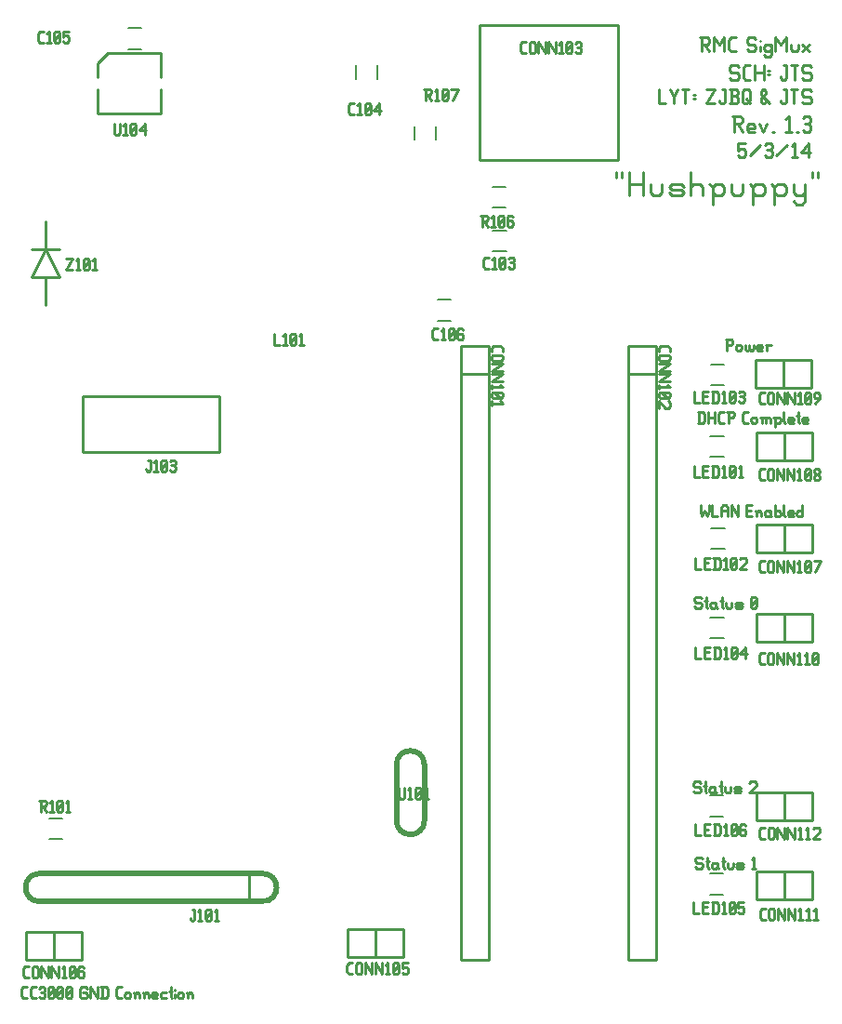
<source format=gbr>
G04 start of page 7 for group -4079 idx -4079 *
G04 Title: (unknown), topsilk *
G04 Creator: pcb 20110918 *
G04 CreationDate: Sun 04 May 2014 08:11:11 PM GMT UTC *
G04 For: zach *
G04 Format: Gerber/RS-274X *
G04 PCB-Dimensions: 295500 350000 *
G04 PCB-Coordinate-Origin: lower left *
%MOIN*%
%FSLAX25Y25*%
%LNTOPSILK*%
%ADD75C,0.0200*%
%ADD74C,0.0080*%
%ADD73C,0.0100*%
G54D73*X7200Y1300D02*X8500D01*
X6500Y2000D02*X7200Y1300D01*
X6500Y4600D02*Y2000D01*
Y4600D02*X7200Y5300D01*
X8500D01*
X10400Y1300D02*X11700D01*
X9700Y2000D02*X10400Y1300D01*
X9700Y4600D02*Y2000D01*
Y4600D02*X10400Y5300D01*
X11700D01*
X12900Y4800D02*X13400Y5300D01*
X14400D01*
X14900Y4800D01*
X14400Y1300D02*X14900Y1800D01*
X13400Y1300D02*X14400D01*
X12900Y1800D02*X13400Y1300D01*
Y3500D02*X14400D01*
X14900Y4800D02*Y4000D01*
Y3000D02*Y1800D01*
Y3000D02*X14400Y3500D01*
X14900Y4000D02*X14400Y3500D01*
X16100Y1800D02*X16600Y1300D01*
X16100Y4800D02*Y1800D01*
Y4800D02*X16600Y5300D01*
X17600D01*
X18100Y4800D01*
Y1800D01*
X17600Y1300D02*X18100Y1800D01*
X16600Y1300D02*X17600D01*
X16100Y2300D02*X18100Y4300D01*
X19300Y1800D02*X19800Y1300D01*
X19300Y4800D02*Y1800D01*
Y4800D02*X19800Y5300D01*
X20800D01*
X21300Y4800D01*
Y1800D01*
X20800Y1300D02*X21300Y1800D01*
X19800Y1300D02*X20800D01*
X19300Y2300D02*X21300Y4300D01*
X22500Y1800D02*X23000Y1300D01*
X22500Y4800D02*Y1800D01*
Y4800D02*X23000Y5300D01*
X24000D01*
X24500Y4800D01*
Y1800D01*
X24000Y1300D02*X24500Y1800D01*
X23000Y1300D02*X24000D01*
X22500Y2300D02*X24500Y4300D01*
X29500Y5300D02*X30000Y4800D01*
X28000Y5300D02*X29500D01*
X27500Y4800D02*X28000Y5300D01*
X27500Y4800D02*Y1800D01*
X28000Y1300D01*
X29500D01*
X30000Y1800D01*
Y2800D02*Y1800D01*
X29500Y3300D02*X30000Y2800D01*
X28500Y3300D02*X29500D01*
X31200Y5300D02*Y1300D01*
Y5300D02*X33700Y1300D01*
Y5300D02*Y1300D01*
X35400Y5300D02*Y1300D01*
X36700Y5300D02*X37400Y4600D01*
Y2000D01*
X36700Y1300D02*X37400Y2000D01*
X34900Y1300D02*X36700D01*
X34900Y5300D02*X36700D01*
X41100Y1300D02*X42400D01*
X40400Y2000D02*X41100Y1300D01*
X40400Y4600D02*Y2000D01*
Y4600D02*X41100Y5300D01*
X42400D01*
X43600Y2800D02*Y1800D01*
Y2800D02*X44100Y3300D01*
X45100D01*
X45600Y2800D01*
Y1800D01*
X45100Y1300D02*X45600Y1800D01*
X44100Y1300D02*X45100D01*
X43600Y1800D02*X44100Y1300D01*
X47300Y2800D02*Y1300D01*
Y2800D02*X47800Y3300D01*
X48300D01*
X48800Y2800D01*
Y1300D01*
X46800Y3300D02*X47300Y2800D01*
X50500D02*Y1300D01*
Y2800D02*X51000Y3300D01*
X51500D01*
X52000Y2800D01*
Y1300D01*
X50000Y3300D02*X50500Y2800D01*
X53700Y1300D02*X55200D01*
X53200Y1800D02*X53700Y1300D01*
X53200Y2800D02*Y1800D01*
Y2800D02*X53700Y3300D01*
X54700D01*
X55200Y2800D01*
X53200Y2300D02*X55200D01*
Y2800D02*Y2300D01*
X56900Y3300D02*X58400D01*
X56400Y2800D02*X56900Y3300D01*
X56400Y2800D02*Y1800D01*
X56900Y1300D01*
X58400D01*
X60100Y5300D02*Y1800D01*
X60600Y1300D01*
X59600Y3800D02*X60600D01*
X61600Y4300D02*Y4200D01*
Y2800D02*Y1300D01*
X62600Y2800D02*Y1800D01*
Y2800D02*X63100Y3300D01*
X64100D01*
X64600Y2800D01*
Y1800D01*
X64100Y1300D02*X64600Y1800D01*
X63100Y1300D02*X64100D01*
X62600Y1800D02*X63100Y1300D01*
X66300Y2800D02*Y1300D01*
Y2800D02*X66800Y3300D01*
X67300D01*
X67800Y2800D01*
Y1300D01*
X65800Y3300D02*X66300Y2800D01*
X250000Y178000D02*Y176000D01*
X250500Y174000D01*
X251500Y176000D01*
X252500Y174000D01*
X253000Y176000D01*
Y178000D02*Y176000D01*
X254200Y178000D02*Y174000D01*
X256200D01*
X257400Y177000D02*Y174000D01*
Y177000D02*X258100Y178000D01*
X259200D01*
X259900Y177000D01*
Y174000D01*
X257400Y176000D02*X259900D01*
X261100Y178000D02*Y174000D01*
Y178000D02*X263600Y174000D01*
Y178000D02*Y174000D01*
X266600Y176200D02*X268100D01*
X266600Y174000D02*X268600D01*
X266600Y178000D02*Y174000D01*
Y178000D02*X268600D01*
X270300Y175500D02*Y174000D01*
Y175500D02*X270800Y176000D01*
X271300D01*
X271800Y175500D01*
Y174000D01*
X269800Y176000D02*X270300Y175500D01*
X274500Y176000D02*X275000Y175500D01*
X273500Y176000D02*X274500D01*
X273000Y175500D02*X273500Y176000D01*
X273000Y175500D02*Y174500D01*
X273500Y174000D01*
X275000Y176000D02*Y174500D01*
X275500Y174000D01*
X273500D02*X274500D01*
X275000Y174500D01*
X276700Y178000D02*Y174000D01*
Y174500D02*X277200Y174000D01*
X278200D01*
X278700Y174500D01*
Y175500D02*Y174500D01*
X278200Y176000D02*X278700Y175500D01*
X277200Y176000D02*X278200D01*
X276700Y175500D02*X277200Y176000D01*
X279900Y178000D02*Y174500D01*
X280400Y174000D01*
X281900D02*X283400D01*
X281400Y174500D02*X281900Y174000D01*
X281400Y175500D02*Y174500D01*
Y175500D02*X281900Y176000D01*
X282900D01*
X283400Y175500D01*
X281400Y175000D02*X283400D01*
Y175500D02*Y175000D01*
X286600Y178000D02*Y174000D01*
X286100D02*X286600Y174500D01*
X285100Y174000D02*X286100D01*
X284600Y174500D02*X285100Y174000D01*
X284600Y175500D02*Y174500D01*
Y175500D02*X285100Y176000D01*
X286100D01*
X286600Y175500D01*
X249500Y211400D02*Y207400D01*
X250800Y211400D02*X251500Y210700D01*
Y208100D01*
X250800Y207400D02*X251500Y208100D01*
X249000Y207400D02*X250800D01*
X249000Y211400D02*X250800D01*
X252700D02*Y207400D01*
X255200Y211400D02*Y207400D01*
X252700Y209400D02*X255200D01*
X257100Y207400D02*X258400D01*
X256400Y208100D02*X257100Y207400D01*
X256400Y210700D02*Y208100D01*
Y210700D02*X257100Y211400D01*
X258400D01*
X260100D02*Y207400D01*
X259600Y211400D02*X261600D01*
X262100Y210900D01*
Y209900D01*
X261600Y209400D02*X262100Y209900D01*
X260100Y209400D02*X261600D01*
X265800Y207400D02*X267100D01*
X265100Y208100D02*X265800Y207400D01*
X265100Y210700D02*Y208100D01*
Y210700D02*X265800Y211400D01*
X267100D01*
X268300Y208900D02*Y207900D01*
Y208900D02*X268800Y209400D01*
X269800D01*
X270300Y208900D01*
Y207900D01*
X269800Y207400D02*X270300Y207900D01*
X268800Y207400D02*X269800D01*
X268300Y207900D02*X268800Y207400D01*
X272000Y208900D02*Y207400D01*
Y208900D02*X272500Y209400D01*
X273000D01*
X273500Y208900D01*
Y207400D01*
Y208900D02*X274000Y209400D01*
X274500D01*
X275000Y208900D01*
Y207400D01*
X271500Y209400D02*X272000Y208900D01*
X276700D02*Y205900D01*
X276200Y209400D02*X276700Y208900D01*
X277200Y209400D01*
X278200D01*
X278700Y208900D01*
Y207900D01*
X278200Y207400D02*X278700Y207900D01*
X277200Y207400D02*X278200D01*
X276700Y207900D02*X277200Y207400D01*
X279900Y211400D02*Y207900D01*
X280400Y207400D01*
X281900D02*X283400D01*
X281400Y207900D02*X281900Y207400D01*
X281400Y208900D02*Y207900D01*
Y208900D02*X281900Y209400D01*
X282900D01*
X283400Y208900D01*
X281400Y208400D02*X283400D01*
Y208900D02*Y208400D01*
X285100Y211400D02*Y207900D01*
X285600Y207400D01*
X284600Y209900D02*X285600D01*
X287100Y207400D02*X288600D01*
X286600Y207900D02*X287100Y207400D01*
X286600Y208900D02*Y207900D01*
Y208900D02*X287100Y209400D01*
X288100D01*
X288600Y208900D01*
X286600Y208400D02*X288600D01*
Y208900D02*Y208400D01*
X259600Y237500D02*Y233500D01*
X259100Y237500D02*X261100D01*
X261600Y237000D01*
Y236000D01*
X261100Y235500D02*X261600Y236000D01*
X259600Y235500D02*X261100D01*
X262800Y235000D02*Y234000D01*
Y235000D02*X263300Y235500D01*
X264300D01*
X264800Y235000D01*
Y234000D01*
X264300Y233500D02*X264800Y234000D01*
X263300Y233500D02*X264300D01*
X262800Y234000D02*X263300Y233500D01*
X266000Y235500D02*Y234000D01*
X266500Y233500D01*
X267000D01*
X267500Y234000D01*
Y235500D02*Y234000D01*
X268000Y233500D01*
X268500D01*
X269000Y234000D01*
Y235500D02*Y234000D01*
X270700Y233500D02*X272200D01*
X270200Y234000D02*X270700Y233500D01*
X270200Y235000D02*Y234000D01*
Y235000D02*X270700Y235500D01*
X271700D01*
X272200Y235000D01*
X270200Y234500D02*X272200D01*
Y235000D02*Y234500D01*
X273900Y235000D02*Y233500D01*
Y235000D02*X274400Y235500D01*
X275400D01*
X273400D02*X273900Y235000D01*
X250300Y51800D02*X250800Y51300D01*
X248800Y51800D02*X250300D01*
X248300Y51300D02*X248800Y51800D01*
X248300Y51300D02*Y50300D01*
X248800Y49800D01*
X250300D01*
X250800Y49300D01*
Y48300D01*
X250300Y47800D02*X250800Y48300D01*
X248800Y47800D02*X250300D01*
X248300Y48300D02*X248800Y47800D01*
X252500Y51800D02*Y48300D01*
X253000Y47800D01*
X252000Y50300D02*X253000D01*
X255500Y49800D02*X256000Y49300D01*
X254500Y49800D02*X255500D01*
X254000Y49300D02*X254500Y49800D01*
X254000Y49300D02*Y48300D01*
X254500Y47800D01*
X256000Y49800D02*Y48300D01*
X256500Y47800D01*
X254500D02*X255500D01*
X256000Y48300D01*
X258200Y51800D02*Y48300D01*
X258700Y47800D01*
X257700Y50300D02*X258700D01*
X259700Y49800D02*Y48300D01*
X260200Y47800D01*
X261200D01*
X261700Y48300D01*
Y49800D02*Y48300D01*
X263400Y47800D02*X264900D01*
X265400Y48300D01*
X264900Y48800D02*X265400Y48300D01*
X263400Y48800D02*X264900D01*
X262900Y49300D02*X263400Y48800D01*
X262900Y49300D02*X263400Y49800D01*
X264900D01*
X265400Y49300D01*
X262900Y48300D02*X263400Y47800D01*
X268400Y51000D02*X269200Y51800D01*
Y47800D01*
X268400D02*X269900D01*
X249500Y79000D02*X250000Y78500D01*
X248000Y79000D02*X249500D01*
X247500Y78500D02*X248000Y79000D01*
X247500Y78500D02*Y77500D01*
X248000Y77000D01*
X249500D01*
X250000Y76500D01*
Y75500D01*
X249500Y75000D02*X250000Y75500D01*
X248000Y75000D02*X249500D01*
X247500Y75500D02*X248000Y75000D01*
X251700Y79000D02*Y75500D01*
X252200Y75000D01*
X251200Y77500D02*X252200D01*
X254700Y77000D02*X255200Y76500D01*
X253700Y77000D02*X254700D01*
X253200Y76500D02*X253700Y77000D01*
X253200Y76500D02*Y75500D01*
X253700Y75000D01*
X255200Y77000D02*Y75500D01*
X255700Y75000D01*
X253700D02*X254700D01*
X255200Y75500D01*
X257400Y79000D02*Y75500D01*
X257900Y75000D01*
X256900Y77500D02*X257900D01*
X258900Y77000D02*Y75500D01*
X259400Y75000D01*
X260400D01*
X260900Y75500D01*
Y77000D02*Y75500D01*
X262600Y75000D02*X264100D01*
X264600Y75500D01*
X264100Y76000D02*X264600Y75500D01*
X262600Y76000D02*X264100D01*
X262100Y76500D02*X262600Y76000D01*
X262100Y76500D02*X262600Y77000D01*
X264100D01*
X264600Y76500D01*
X262100Y75500D02*X262600Y75000D01*
X267600Y78500D02*X268100Y79000D01*
X269600D01*
X270100Y78500D01*
Y77500D01*
X267600Y75000D02*X270100Y77500D01*
X267600Y75000D02*X270100D01*
X249900Y145200D02*X250400Y144700D01*
X248400Y145200D02*X249900D01*
X247900Y144700D02*X248400Y145200D01*
X247900Y144700D02*Y143700D01*
X248400Y143200D01*
X249900D01*
X250400Y142700D01*
Y141700D01*
X249900Y141200D02*X250400Y141700D01*
X248400Y141200D02*X249900D01*
X247900Y141700D02*X248400Y141200D01*
X252100Y145200D02*Y141700D01*
X252600Y141200D01*
X251600Y143700D02*X252600D01*
X255100Y143200D02*X255600Y142700D01*
X254100Y143200D02*X255100D01*
X253600Y142700D02*X254100Y143200D01*
X253600Y142700D02*Y141700D01*
X254100Y141200D01*
X255600Y143200D02*Y141700D01*
X256100Y141200D01*
X254100D02*X255100D01*
X255600Y141700D01*
X257800Y145200D02*Y141700D01*
X258300Y141200D01*
X257300Y143700D02*X258300D01*
X259300Y143200D02*Y141700D01*
X259800Y141200D01*
X260800D01*
X261300Y141700D01*
Y143200D02*Y141700D01*
X263000Y141200D02*X264500D01*
X265000Y141700D01*
X264500Y142200D02*X265000Y141700D01*
X263000Y142200D02*X264500D01*
X262500Y142700D02*X263000Y142200D01*
X262500Y142700D02*X263000Y143200D01*
X264500D01*
X265000Y142700D01*
X262500Y141700D02*X263000Y141200D01*
X268000Y141700D02*X268500Y141200D01*
X268000Y144700D02*Y141700D01*
Y144700D02*X268500Y145200D01*
X269500D01*
X270000Y144700D01*
Y141700D01*
X269500Y141200D02*X270000Y141700D01*
X268500Y141200D02*X269500D01*
X268000Y142200D02*X270000Y144200D01*
X249900Y345800D02*X252500D01*
X253150Y345150D01*
Y343850D01*
X252500Y343200D02*X253150Y343850D01*
X250550Y343200D02*X252500D01*
X250550Y345800D02*Y340600D01*
X251590Y343200D02*X253150Y340600D01*
X254710Y345800D02*Y340600D01*
Y345800D02*X256660Y343200D01*
X258610Y345800D01*
Y340600D01*
X261080D02*X262770D01*
X260170Y341510D02*X261080Y340600D01*
X260170Y344890D02*Y341510D01*
Y344890D02*X261080Y345800D01*
X262770D01*
X269270D02*X269920Y345150D01*
X267320Y345800D02*X269270D01*
X266670Y345150D02*X267320Y345800D01*
X266670Y345150D02*Y343850D01*
X267320Y343200D01*
X269270D01*
X269920Y342550D01*
Y341250D01*
X269270Y340600D02*X269920Y341250D01*
X267320Y340600D02*X269270D01*
X266670Y341250D02*X267320Y340600D01*
X271480Y344500D02*Y344370D01*
Y342550D02*Y340600D01*
X274730Y343200D02*X275380Y342550D01*
X273430Y343200D02*X274730D01*
X272780Y342550D02*X273430Y343200D01*
X272780Y342550D02*Y341250D01*
X273430Y340600D01*
X274730D01*
X275380Y341250D01*
X272780Y339300D02*X273430Y338650D01*
X274730D01*
X275380Y339300D01*
Y343200D02*Y339300D01*
X276940Y345800D02*Y340600D01*
Y345800D02*X278890Y343200D01*
X280840Y345800D01*
Y340600D01*
X282400Y343200D02*Y341250D01*
X283050Y340600D01*
X284350D01*
X285000Y341250D01*
Y343200D02*Y341250D01*
X286560Y343200D02*X289160Y340600D01*
X286560D02*X289160Y343200D01*
X235000Y327100D02*Y321900D01*
X237600D01*
X239160Y327100D02*X240460Y324500D01*
X241760Y327100D01*
X240460Y324500D02*Y321900D01*
X243320Y327100D02*X245920D01*
X244620D02*Y321900D01*
X247480Y325150D02*X248130D01*
X247480Y323850D02*X248130D01*
X252030Y327100D02*X255280D01*
X252030Y321900D02*X255280Y327100D01*
X252030Y321900D02*X255280D01*
X257750Y327100D02*X258790D01*
Y322550D01*
X258140Y321900D02*X258790Y322550D01*
X257490Y321900D02*X258140D01*
X256840Y322550D02*X257490Y321900D01*
X256840Y323200D02*Y322550D01*
X260350Y321900D02*X262950D01*
X263600Y322550D01*
Y324110D02*Y322550D01*
X262950Y324760D02*X263600Y324110D01*
X261000Y324760D02*X262950D01*
X261000Y327100D02*Y321900D01*
X260350Y327100D02*X262950D01*
X263600Y326450D01*
Y325410D01*
X262950Y324760D02*X263600Y325410D01*
X265160Y326450D02*Y322550D01*
Y326450D02*X265810Y327100D01*
X267110D01*
X267760Y326450D01*
Y323200D01*
X266460Y321900D02*X267760Y323200D01*
X265810Y321900D02*X266460D01*
X265160Y322550D02*X265810Y321900D01*
X266460Y323850D02*X267760Y321900D01*
X271660Y322550D02*X272310Y321900D01*
X271660Y326450D02*Y325150D01*
Y326450D02*X272310Y327100D01*
X271660Y323850D02*X273610Y325800D01*
X272310Y321900D02*X272960D01*
X274260Y323200D01*
X271660Y325150D02*X274910Y321900D01*
X272310Y327100D02*X272960D01*
X273610Y326450D01*
Y325800D01*
X271660Y323850D02*Y322550D01*
X279720Y327100D02*X280760D01*
Y322550D01*
X280110Y321900D02*X280760Y322550D01*
X279460Y321900D02*X280110D01*
X278810Y322550D02*X279460Y321900D01*
X278810Y323200D02*Y322550D01*
X282320Y327100D02*X284920D01*
X283620D02*Y321900D01*
X289080Y327100D02*X289730Y326450D01*
X287130Y327100D02*X289080D01*
X286480Y326450D02*X287130Y327100D01*
X286480Y326450D02*Y325150D01*
X287130Y324500D01*
X289080D01*
X289730Y323850D01*
Y322550D01*
X289080Y321900D02*X289730Y322550D01*
X287130Y321900D02*X289080D01*
X286480Y322550D02*X287130Y321900D01*
X263100Y335600D02*X263750Y334950D01*
X261150Y335600D02*X263100D01*
X260500Y334950D02*X261150Y335600D01*
X260500Y334950D02*Y333650D01*
X261150Y333000D01*
X263100D01*
X263750Y332350D01*
Y331050D01*
X263100Y330400D02*X263750Y331050D01*
X261150Y330400D02*X263100D01*
X260500Y331050D02*X261150Y330400D01*
X266220D02*X267910D01*
X265310Y331310D02*X266220Y330400D01*
X265310Y334690D02*Y331310D01*
Y334690D02*X266220Y335600D01*
X267910D01*
X269470D02*Y330400D01*
X272720Y335600D02*Y330400D01*
X269470Y333000D02*X272720D01*
X274280Y333650D02*X274930D01*
X274280Y332350D02*X274930D01*
X279740Y335600D02*X280780D01*
Y331050D01*
X280130Y330400D02*X280780Y331050D01*
X279480Y330400D02*X280130D01*
X278830Y331050D02*X279480Y330400D01*
X278830Y331700D02*Y331050D01*
X282340Y335600D02*X284940D01*
X283640D02*Y330400D01*
X289100Y335600D02*X289750Y334950D01*
X287150Y335600D02*X289100D01*
X286500Y334950D02*X287150Y335600D01*
X286500Y334950D02*Y333650D01*
X287150Y333000D01*
X289100D01*
X289750Y332350D01*
Y331050D01*
X289100Y330400D02*X289750Y331050D01*
X287150Y330400D02*X289100D01*
X286500Y331050D02*X287150Y330400D01*
X261500Y317400D02*X264300D01*
X265000Y316700D01*
Y315300D01*
X264300Y314600D02*X265000Y315300D01*
X262200Y314600D02*X264300D01*
X262200Y317400D02*Y311800D01*
X263320Y314600D02*X265000Y311800D01*
X267380D02*X269480D01*
X266680Y312500D02*X267380Y311800D01*
X266680Y313900D02*Y312500D01*
Y313900D02*X267380Y314600D01*
X268780D01*
X269480Y313900D01*
X266680Y313200D02*X269480D01*
Y313900D02*Y313200D01*
X271160Y314600D02*X272560Y311800D01*
X273960Y314600D02*X272560Y311800D01*
X275640D02*X276340D01*
X280540Y316280D02*X281660Y317400D01*
Y311800D01*
X280540D02*X282640D01*
X284320D02*X285020D01*
X286700Y316700D02*X287400Y317400D01*
X288800D01*
X289500Y316700D01*
X288800Y311800D02*X289500Y312500D01*
X287400Y311800D02*X288800D01*
X286700Y312500D02*X287400Y311800D01*
Y314880D02*X288800D01*
X289500Y316700D02*Y315580D01*
Y314180D02*Y312500D01*
Y314180D02*X288800Y314880D01*
X289500Y315580D02*X288800Y314880D01*
X263500Y307800D02*X266100D01*
X263500D02*Y305200D01*
X264150Y305850D01*
X265450D01*
X266100Y305200D01*
Y303250D01*
X265450Y302600D02*X266100Y303250D01*
X264150Y302600D02*X265450D01*
X263500Y303250D02*X264150Y302600D01*
X267660Y303250D02*X271560Y307150D01*
X273120D02*X273770Y307800D01*
X275070D01*
X275720Y307150D01*
X275070Y302600D02*X275720Y303250D01*
X273770Y302600D02*X275070D01*
X273120Y303250D02*X273770Y302600D01*
Y305460D02*X275070D01*
X275720Y307150D02*Y306110D01*
Y304810D02*Y303250D01*
Y304810D02*X275070Y305460D01*
X275720Y306110D02*X275070Y305460D01*
X277280Y303250D02*X281180Y307150D01*
X282740Y306760D02*X283780Y307800D01*
Y302600D01*
X282740D02*X284690D01*
X286250Y304550D02*X288850Y307800D01*
X286250Y304550D02*X289500D01*
X288850Y307800D02*Y302600D01*
X219700Y297400D02*Y295300D01*
X221800Y297400D02*Y295300D01*
X224320Y297400D02*Y289000D01*
X229570Y297400D02*Y289000D01*
X224320Y293200D02*X229570D01*
X232090D02*Y290050D01*
X233140Y289000D01*
X235240D01*
X236290Y290050D01*
Y293200D02*Y290050D01*
X239860Y289000D02*X243010D01*
X244060Y290050D01*
X243010Y291100D02*X244060Y290050D01*
X239860Y291100D02*X243010D01*
X238810Y292150D02*X239860Y291100D01*
X238810Y292150D02*X239860Y293200D01*
X243010D01*
X244060Y292150D01*
X238810Y290050D02*X239860Y289000D01*
X246580Y297400D02*Y289000D01*
Y292150D02*X247630Y293200D01*
X249730D01*
X250780Y292150D01*
Y289000D01*
X254350Y292150D02*Y285850D01*
X253300Y293200D02*X254350Y292150D01*
X255400Y293200D01*
X257500D01*
X258550Y292150D01*
Y290050D01*
X257500Y289000D02*X258550Y290050D01*
X255400Y289000D02*X257500D01*
X254350Y290050D02*X255400Y289000D01*
X261070Y293200D02*Y290050D01*
X262120Y289000D01*
X264220D01*
X265270Y290050D01*
Y293200D02*Y290050D01*
X268840Y292150D02*Y285850D01*
X267790Y293200D02*X268840Y292150D01*
X269890Y293200D01*
X271990D01*
X273040Y292150D01*
Y290050D01*
X271990Y289000D02*X273040Y290050D01*
X269890Y289000D02*X271990D01*
X268840Y290050D02*X269890Y289000D01*
X276610Y292150D02*Y285850D01*
X275560Y293200D02*X276610Y292150D01*
X277660Y293200D01*
X279760D01*
X280810Y292150D01*
Y290050D01*
X279760Y289000D02*X280810Y290050D01*
X277660Y289000D02*X279760D01*
X276610Y290050D02*X277660Y289000D01*
X283330Y293200D02*Y290050D01*
X284380Y289000D01*
X287530Y293200D02*Y286900D01*
X286480Y285850D02*X287530Y286900D01*
X284380Y285850D02*X286480D01*
X283330Y286900D02*X284380Y285850D01*
Y289000D02*X286480D01*
X287530Y290050D01*
X290050Y297400D02*Y295300D01*
X292150Y297400D02*Y295300D01*
G54D74*X175633Y269050D02*X180357D01*
X175633Y276530D02*X180357D01*
G54D73*X170655Y349892D02*X220555D01*
X170655D02*Y301692D01*
X220555Y349892D02*Y301692D01*
X170655D02*X220455D01*
G54D74*X155843Y251640D02*X160567D01*
X155843Y244160D02*X160567D01*
X175433Y284560D02*X180157D01*
X175433Y292040D02*X180157D01*
X134040Y335562D02*Y330838D01*
X126560Y335562D02*Y330838D01*
G54D73*X33929Y331406D02*Y336456D01*
X37529Y340056D01*
X56629D01*
Y331406D01*
X33929Y327006D02*Y318356D01*
X56629D01*
Y327006D01*
G54D74*X44733Y341460D02*X49457D01*
X44733Y348940D02*X49457D01*
X147525Y313779D02*Y309055D01*
X155005Y313779D02*Y309055D01*
G54D73*X15184Y279784D02*Y269784D01*
Y259784D02*Y249784D01*
Y269784D02*X20184Y259784D01*
X10184D02*X20184D01*
X10184D02*X15184Y269784D01*
X10184D02*X20184D01*
G54D75*X13000Y46000D02*X93000D01*
X13000Y36000D02*X93000D01*
G54D73*X88000Y46000D02*Y36000D01*
G54D75*X93000D02*G75*G03X93000Y46000I0J5000D01*G01*
X13000D02*G75*G03X13000Y36000I0J-5000D01*G01*
X151000Y85000D02*Y65000D01*
X141000Y85000D02*Y65000D01*
G75*G03X151000Y65000I5000J0D01*G01*
Y85000D02*G75*G03X141000Y85000I-5000J0D01*G01*
G54D74*X16543Y65740D02*X21267D01*
X16543Y58260D02*X21267D01*
G54D73*X224000Y235000D02*Y15000D01*
X234000D01*
Y235000D01*
X224000D01*
Y225000D02*X234000D01*
Y235000D01*
X164000D02*Y15000D01*
X174000D01*
Y235000D01*
X164000D01*
Y225000D02*X174000D01*
Y235000D01*
X77400Y216900D02*Y196900D01*
X28400D02*X77400D01*
X28400Y216900D02*Y196900D01*
Y216900D02*X77400D01*
X123500Y26000D02*Y16000D01*
X143500D01*
Y26000D01*
X123500D01*
Y16000D02*X133500D01*
Y26000D01*
G54D74*X253638Y137740D02*X258362D01*
X253638Y130260D02*X258362D01*
G54D73*X270000Y139000D02*Y129000D01*
X290000D01*
Y139000D01*
X270000D01*
Y129000D02*X280000D01*
Y139000D01*
G54D74*X253419Y73908D02*X258143D01*
X253419Y66428D02*X258143D01*
X253532Y45925D02*X258256D01*
X253532Y38445D02*X258256D01*
G54D73*X270192Y74996D02*Y64996D01*
X290192D01*
Y74996D01*
X270192D01*
Y64996D02*X280192D01*
Y74996D01*
X270192Y46829D02*Y36829D01*
X290192D01*
Y46829D01*
X270192D01*
Y36829D02*X280192D01*
Y46829D01*
X8000Y25000D02*Y15000D01*
X28000D01*
Y25000D01*
X8000D01*
Y15000D02*X18000D01*
Y25000D01*
X270000Y204000D02*Y194000D01*
X290000D01*
Y204000D01*
X270000D01*
Y194000D02*X280000D01*
Y204000D01*
X270000Y171000D02*Y161000D01*
X290000D01*
Y171000D01*
X270000D01*
Y161000D02*X280000D01*
Y171000D01*
G54D74*X253923Y169740D02*X258647D01*
X253923Y162260D02*X258647D01*
X253638Y202740D02*X258362D01*
X253638Y195260D02*X258362D01*
G54D73*X269800Y229900D02*Y219900D01*
X289800D01*
Y229900D02*Y219900D01*
X269800Y229900D02*X289800D01*
X269800Y219900D02*X279800D01*
Y229900D02*Y219900D01*
G54D74*X253838Y228440D02*X258562D01*
X253838Y220960D02*X258562D01*
G54D73*X67800Y33100D02*X68600D01*
Y29600D01*
X68100Y29100D02*X68600Y29600D01*
X67600Y29100D02*X68100D01*
X67100Y29600D02*X67600Y29100D01*
X67100Y30100D02*Y29600D01*
X69800Y32300D02*X70600Y33100D01*
Y29100D01*
X69800D02*X71300D01*
X72500Y29600D02*X73000Y29100D01*
X72500Y32600D02*Y29600D01*
Y32600D02*X73000Y33100D01*
X74000D01*
X74500Y32600D01*
Y29600D01*
X74000Y29100D02*X74500Y29600D01*
X73000Y29100D02*X74000D01*
X72500Y30100D02*X74500Y32100D01*
X75700Y32300D02*X76500Y33100D01*
Y29100D01*
X75700D02*X77200D01*
X12850Y72150D02*X14850D01*
X15350Y71650D01*
Y70650D01*
X14850Y70150D02*X15350Y70650D01*
X13350Y70150D02*X14850D01*
X13350Y72150D02*Y68150D01*
X14150Y70150D02*X15350Y68150D01*
X16550Y71350D02*X17350Y72150D01*
Y68150D01*
X16550D02*X18050D01*
X19250Y68650D02*X19750Y68150D01*
X19250Y71650D02*Y68650D01*
Y71650D02*X19750Y72150D01*
X20750D01*
X21250Y71650D01*
Y68650D01*
X20750Y68150D02*X21250Y68650D01*
X19750Y68150D02*X20750D01*
X19250Y69150D02*X21250Y71150D01*
X22450Y71350D02*X23250Y72150D01*
Y68150D01*
X22450D02*X23950D01*
X271700Y187000D02*X273000D01*
X271000Y187700D02*X271700Y187000D01*
X271000Y190300D02*Y187700D01*
Y190300D02*X271700Y191000D01*
X273000D01*
X274200Y190500D02*Y187500D01*
Y190500D02*X274700Y191000D01*
X275700D01*
X276200Y190500D01*
Y187500D01*
X275700Y187000D02*X276200Y187500D01*
X274700Y187000D02*X275700D01*
X274200Y187500D02*X274700Y187000D01*
X277400Y191000D02*Y187000D01*
Y191000D02*X279900Y187000D01*
Y191000D02*Y187000D01*
X281100Y191000D02*Y187000D01*
Y191000D02*X283600Y187000D01*
Y191000D02*Y187000D01*
X284800Y190200D02*X285600Y191000D01*
Y187000D01*
X284800D02*X286300D01*
X287500Y187500D02*X288000Y187000D01*
X287500Y190500D02*Y187500D01*
Y190500D02*X288000Y191000D01*
X289000D01*
X289500Y190500D01*
Y187500D01*
X289000Y187000D02*X289500Y187500D01*
X288000Y187000D02*X289000D01*
X287500Y188000D02*X289500Y190000D01*
X290700Y187500D02*X291200Y187000D01*
X290700Y188300D02*Y187500D01*
Y188300D02*X291400Y189000D01*
X292000D01*
X292700Y188300D01*
Y187500D01*
X292200Y187000D02*X292700Y187500D01*
X291200Y187000D02*X292200D01*
X290700Y189700D02*X291400Y189000D01*
X290700Y190500D02*Y189700D01*
Y190500D02*X291200Y191000D01*
X292200D01*
X292700Y190500D01*
Y189700D01*
X292000Y189000D02*X292700Y189700D01*
X247660Y192150D02*Y188150D01*
X249660D01*
X250860Y190350D02*X252360D01*
X250860Y188150D02*X252860D01*
X250860Y192150D02*Y188150D01*
Y192150D02*X252860D01*
X254560D02*Y188150D01*
X255860Y192150D02*X256560Y191450D01*
Y188850D01*
X255860Y188150D02*X256560Y188850D01*
X254060Y188150D02*X255860D01*
X254060Y192150D02*X255860D01*
X257760Y191350D02*X258560Y192150D01*
Y188150D01*
X257760D02*X259260D01*
X260460Y188650D02*X260960Y188150D01*
X260460Y191650D02*Y188650D01*
Y191650D02*X260960Y192150D01*
X261960D01*
X262460Y191650D01*
Y188650D01*
X261960Y188150D02*X262460Y188650D01*
X260960Y188150D02*X261960D01*
X260460Y189150D02*X262460Y191150D01*
X263660Y191350D02*X264460Y192150D01*
Y188150D01*
X263660D02*X265160D01*
X271700Y154000D02*X273000D01*
X271000Y154700D02*X271700Y154000D01*
X271000Y157300D02*Y154700D01*
Y157300D02*X271700Y158000D01*
X273000D01*
X274200Y157500D02*Y154500D01*
Y157500D02*X274700Y158000D01*
X275700D01*
X276200Y157500D01*
Y154500D01*
X275700Y154000D02*X276200Y154500D01*
X274700Y154000D02*X275700D01*
X274200Y154500D02*X274700Y154000D01*
X277400Y158000D02*Y154000D01*
Y158000D02*X279900Y154000D01*
Y158000D02*Y154000D01*
X281100Y158000D02*Y154000D01*
Y158000D02*X283600Y154000D01*
Y158000D02*Y154000D01*
X284800Y157200D02*X285600Y158000D01*
Y154000D01*
X284800D02*X286300D01*
X287500Y154500D02*X288000Y154000D01*
X287500Y157500D02*Y154500D01*
Y157500D02*X288000Y158000D01*
X289000D01*
X289500Y157500D01*
Y154500D01*
X289000Y154000D02*X289500Y154500D01*
X288000Y154000D02*X289000D01*
X287500Y155000D02*X289500Y157000D01*
X291200Y154000D02*X293200Y158000D01*
X290700D02*X293200D01*
X248135Y159150D02*Y155150D01*
X250135D01*
X251335Y157350D02*X252835D01*
X251335Y155150D02*X253335D01*
X251335Y159150D02*Y155150D01*
Y159150D02*X253335D01*
X255035D02*Y155150D01*
X256335Y159150D02*X257035Y158450D01*
Y155850D01*
X256335Y155150D02*X257035Y155850D01*
X254535Y155150D02*X256335D01*
X254535Y159150D02*X256335D01*
X258235Y158350D02*X259035Y159150D01*
Y155150D01*
X258235D02*X259735D01*
X260935Y155650D02*X261435Y155150D01*
X260935Y158650D02*Y155650D01*
Y158650D02*X261435Y159150D01*
X262435D01*
X262935Y158650D01*
Y155650D01*
X262435Y155150D02*X262935Y155650D01*
X261435Y155150D02*X262435D01*
X260935Y156150D02*X262935Y158150D01*
X264135Y158650D02*X264635Y159150D01*
X266135D01*
X266635Y158650D01*
Y157650D01*
X264135Y155150D02*X266635Y157650D01*
X264135Y155150D02*X266635D01*
X248280Y127150D02*Y123150D01*
X250280D01*
X251480Y125350D02*X252980D01*
X251480Y123150D02*X253480D01*
X251480Y127150D02*Y123150D01*
Y127150D02*X253480D01*
X255180D02*Y123150D01*
X256480Y127150D02*X257180Y126450D01*
Y123850D01*
X256480Y123150D02*X257180Y123850D01*
X254680Y123150D02*X256480D01*
X254680Y127150D02*X256480D01*
X258380Y126350D02*X259180Y127150D01*
Y123150D01*
X258380D02*X259880D01*
X261080Y123650D02*X261580Y123150D01*
X261080Y126650D02*Y123650D01*
Y126650D02*X261580Y127150D01*
X262580D01*
X263080Y126650D01*
Y123650D01*
X262580Y123150D02*X263080Y123650D01*
X261580Y123150D02*X262580D01*
X261080Y124150D02*X263080Y126150D01*
X264280Y124650D02*X266280Y127150D01*
X264280Y124650D02*X266780D01*
X266280Y127150D02*Y123150D01*
X271700Y121000D02*X273000D01*
X271000Y121700D02*X271700Y121000D01*
X271000Y124300D02*Y121700D01*
Y124300D02*X271700Y125000D01*
X273000D01*
X274200Y124500D02*Y121500D01*
Y124500D02*X274700Y125000D01*
X275700D01*
X276200Y124500D01*
Y121500D01*
X275700Y121000D02*X276200Y121500D01*
X274700Y121000D02*X275700D01*
X274200Y121500D02*X274700Y121000D01*
X277400Y125000D02*Y121000D01*
Y125000D02*X279900Y121000D01*
Y125000D02*Y121000D01*
X281100Y125000D02*Y121000D01*
Y125000D02*X283600Y121000D01*
Y125000D02*Y121000D01*
X284800Y124200D02*X285600Y125000D01*
Y121000D01*
X284800D02*X286300D01*
X287500Y124200D02*X288300Y125000D01*
Y121000D01*
X287500D02*X289000D01*
X290200Y121500D02*X290700Y121000D01*
X290200Y124500D02*Y121500D01*
Y124500D02*X290700Y125000D01*
X291700D01*
X292200Y124500D01*
Y121500D01*
X291700Y121000D02*X292200Y121500D01*
X290700Y121000D02*X291700D01*
X290200Y122000D02*X292200Y124000D01*
X141900Y76800D02*Y73300D01*
X142400Y72800D01*
X143400D01*
X143900Y73300D01*
Y76800D02*Y73300D01*
X145100Y76000D02*X145900Y76800D01*
Y72800D01*
X145100D02*X146600D01*
X147800Y73300D02*X148300Y72800D01*
X147800Y76300D02*Y73300D01*
Y76300D02*X148300Y76800D01*
X149300D01*
X149800Y76300D01*
Y73300D01*
X149300Y72800D02*X149800Y73300D01*
X148300Y72800D02*X149300D01*
X147800Y73800D02*X149800Y75800D01*
X151000Y76000D02*X151800Y76800D01*
Y72800D01*
X151000D02*X152500D01*
X124000Y9900D02*X125300D01*
X123300Y10600D02*X124000Y9900D01*
X123300Y13200D02*Y10600D01*
Y13200D02*X124000Y13900D01*
X125300D01*
X126500Y13400D02*Y10400D01*
Y13400D02*X127000Y13900D01*
X128000D01*
X128500Y13400D01*
Y10400D01*
X128000Y9900D02*X128500Y10400D01*
X127000Y9900D02*X128000D01*
X126500Y10400D02*X127000Y9900D01*
X129700Y13900D02*Y9900D01*
Y13900D02*X132200Y9900D01*
Y13900D02*Y9900D01*
X133400Y13900D02*Y9900D01*
Y13900D02*X135900Y9900D01*
Y13900D02*Y9900D01*
X137100Y13100D02*X137900Y13900D01*
Y9900D01*
X137100D02*X138600D01*
X139800Y10400D02*X140300Y9900D01*
X139800Y13400D02*Y10400D01*
Y13400D02*X140300Y13900D01*
X141300D01*
X141800Y13400D01*
Y10400D01*
X141300Y9900D02*X141800Y10400D01*
X140300Y9900D02*X141300D01*
X139800Y10900D02*X141800Y12900D01*
X143000Y13900D02*X145000D01*
X143000D02*Y11900D01*
X143500Y12400D01*
X144500D01*
X145000Y11900D01*
Y10400D01*
X144500Y9900D02*X145000Y10400D01*
X143500Y9900D02*X144500D01*
X143000Y10400D02*X143500Y9900D01*
X248256Y63567D02*Y59567D01*
X250256D01*
X251456Y61767D02*X252956D01*
X251456Y59567D02*X253456D01*
X251456Y63567D02*Y59567D01*
Y63567D02*X253456D01*
X255156D02*Y59567D01*
X256456Y63567D02*X257156Y62867D01*
Y60267D01*
X256456Y59567D02*X257156Y60267D01*
X254656Y59567D02*X256456D01*
X254656Y63567D02*X256456D01*
X258356Y62767D02*X259156Y63567D01*
Y59567D01*
X258356D02*X259856D01*
X261056Y60067D02*X261556Y59567D01*
X261056Y63067D02*Y60067D01*
Y63067D02*X261556Y63567D01*
X262556D01*
X263056Y63067D01*
Y60067D01*
X262556Y59567D02*X263056Y60067D01*
X261556Y59567D02*X262556D01*
X261056Y60567D02*X263056Y62567D01*
X265756Y63567D02*X266256Y63067D01*
X264756Y63567D02*X265756D01*
X264256Y63067D02*X264756Y63567D01*
X264256Y63067D02*Y60067D01*
X264756Y59567D01*
X265756Y61767D02*X266256Y61267D01*
X264256Y61767D02*X265756D01*
X264756Y59567D02*X265756D01*
X266256Y60067D01*
Y61267D02*Y60067D01*
X247627Y35699D02*Y31699D01*
X249627D01*
X250827Y33899D02*X252327D01*
X250827Y31699D02*X252827D01*
X250827Y35699D02*Y31699D01*
Y35699D02*X252827D01*
X254527D02*Y31699D01*
X255827Y35699D02*X256527Y34999D01*
Y32399D01*
X255827Y31699D02*X256527Y32399D01*
X254027Y31699D02*X255827D01*
X254027Y35699D02*X255827D01*
X257727Y34899D02*X258527Y35699D01*
Y31699D01*
X257727D02*X259227D01*
X260427Y32199D02*X260927Y31699D01*
X260427Y35199D02*Y32199D01*
Y35199D02*X260927Y35699D01*
X261927D01*
X262427Y35199D01*
Y32199D01*
X261927Y31699D02*X262427Y32199D01*
X260927Y31699D02*X261927D01*
X260427Y32699D02*X262427Y34699D01*
X263627Y35699D02*X265627D01*
X263627D02*Y33699D01*
X264127Y34199D01*
X265127D01*
X265627Y33699D01*
Y32199D01*
X265127Y31699D02*X265627Y32199D01*
X264127Y31699D02*X265127D01*
X263627Y32199D02*X264127Y31699D01*
X271892Y58496D02*X273192D01*
X271192Y59196D02*X271892Y58496D01*
X271192Y61796D02*Y59196D01*
Y61796D02*X271892Y62496D01*
X273192D01*
X274392Y61996D02*Y58996D01*
Y61996D02*X274892Y62496D01*
X275892D01*
X276392Y61996D01*
Y58996D01*
X275892Y58496D02*X276392Y58996D01*
X274892Y58496D02*X275892D01*
X274392Y58996D02*X274892Y58496D01*
X277592Y62496D02*Y58496D01*
Y62496D02*X280092Y58496D01*
Y62496D02*Y58496D01*
X281292Y62496D02*Y58496D01*
Y62496D02*X283792Y58496D01*
Y62496D02*Y58496D01*
X284992Y61696D02*X285792Y62496D01*
Y58496D01*
X284992D02*X286492D01*
X287692Y61696D02*X288492Y62496D01*
Y58496D01*
X287692D02*X289192D01*
X290392Y61996D02*X290892Y62496D01*
X292392D01*
X292892Y61996D01*
Y60996D01*
X290392Y58496D02*X292892Y60996D01*
X290392Y58496D02*X292892D01*
X272063Y29475D02*X273363D01*
X271363Y30175D02*X272063Y29475D01*
X271363Y32775D02*Y30175D01*
Y32775D02*X272063Y33475D01*
X273363D01*
X274563Y32975D02*Y29975D01*
Y32975D02*X275063Y33475D01*
X276063D01*
X276563Y32975D01*
Y29975D01*
X276063Y29475D02*X276563Y29975D01*
X275063Y29475D02*X276063D01*
X274563Y29975D02*X275063Y29475D01*
X277763Y33475D02*Y29475D01*
Y33475D02*X280263Y29475D01*
Y33475D02*Y29475D01*
X281463Y33475D02*Y29475D01*
Y33475D02*X283963Y29475D01*
Y33475D02*Y29475D01*
X285163Y32675D02*X285963Y33475D01*
Y29475D01*
X285163D02*X286663D01*
X287863Y32675D02*X288663Y33475D01*
Y29475D01*
X287863D02*X289363D01*
X290563Y32675D02*X291363Y33475D01*
Y29475D01*
X290563D02*X292063D01*
X7900Y8700D02*X9200D01*
X7200Y9400D02*X7900Y8700D01*
X7200Y12000D02*Y9400D01*
Y12000D02*X7900Y12700D01*
X9200D01*
X10400Y12200D02*Y9200D01*
Y12200D02*X10900Y12700D01*
X11900D01*
X12400Y12200D01*
Y9200D01*
X11900Y8700D02*X12400Y9200D01*
X10900Y8700D02*X11900D01*
X10400Y9200D02*X10900Y8700D01*
X13600Y12700D02*Y8700D01*
Y12700D02*X16100Y8700D01*
Y12700D02*Y8700D01*
X17300Y12700D02*Y8700D01*
Y12700D02*X19800Y8700D01*
Y12700D02*Y8700D01*
X21000Y11900D02*X21800Y12700D01*
Y8700D01*
X21000D02*X22500D01*
X23700Y9200D02*X24200Y8700D01*
X23700Y12200D02*Y9200D01*
Y12200D02*X24200Y12700D01*
X25200D01*
X25700Y12200D01*
Y9200D01*
X25200Y8700D02*X25700Y9200D01*
X24200Y8700D02*X25200D01*
X23700Y9700D02*X25700Y11700D01*
X28400Y12700D02*X28900Y12200D01*
X27400Y12700D02*X28400D01*
X26900Y12200D02*X27400Y12700D01*
X26900Y12200D02*Y9200D01*
X27400Y8700D01*
X28400Y10900D02*X28900Y10400D01*
X26900Y10900D02*X28400D01*
X27400Y8700D02*X28400D01*
X28900Y9200D01*
Y10400D02*Y9200D01*
X271800Y214300D02*X273100D01*
X271100Y215000D02*X271800Y214300D01*
X271100Y217600D02*Y215000D01*
Y217600D02*X271800Y218300D01*
X273100D01*
X274300Y217800D02*Y214800D01*
Y217800D02*X274800Y218300D01*
X275800D01*
X276300Y217800D01*
Y214800D01*
X275800Y214300D02*X276300Y214800D01*
X274800Y214300D02*X275800D01*
X274300Y214800D02*X274800Y214300D01*
X277500Y218300D02*Y214300D01*
Y218300D02*X280000Y214300D01*
Y218300D02*Y214300D01*
X281200Y218300D02*Y214300D01*
Y218300D02*X283700Y214300D01*
Y218300D02*Y214300D01*
X284900Y217500D02*X285700Y218300D01*
Y214300D01*
X284900D02*X286400D01*
X287600Y214800D02*X288100Y214300D01*
X287600Y217800D02*Y214800D01*
Y217800D02*X288100Y218300D01*
X289100D01*
X289600Y217800D01*
Y214800D01*
X289100Y214300D02*X289600Y214800D01*
X288100Y214300D02*X289100D01*
X287600Y215300D02*X289600Y217300D01*
X291300Y214300D02*X292800Y216300D01*
Y217800D02*Y216300D01*
X292300Y218300D02*X292800Y217800D01*
X291300Y218300D02*X292300D01*
X290800Y217800D02*X291300Y218300D01*
X290800Y217800D02*Y216800D01*
X291300Y216300D01*
X292800D01*
X235000Y234300D02*Y233000D01*
X235700Y235000D02*X235000Y234300D01*
X235700Y235000D02*X238300D01*
X239000Y234300D01*
Y233000D01*
X235500Y231800D02*X238500D01*
X239000Y231300D01*
Y230300D01*
X238500Y229800D01*
X235500D02*X238500D01*
X235000Y230300D02*X235500Y229800D01*
X235000Y231300D02*Y230300D01*
X235500Y231800D02*X235000Y231300D01*
Y228600D02*X239000D01*
X235000Y226100D01*
X239000D01*
X235000Y224900D02*X239000D01*
X235000Y222400D01*
X239000D01*
X238200Y221200D02*X239000Y220400D01*
X235000D02*X239000D01*
X235000Y221200D02*Y219700D01*
X235500Y218500D02*X235000Y218000D01*
X235500Y218500D02*X238500D01*
X239000Y218000D01*
Y217000D01*
X238500Y216500D01*
X235500D02*X238500D01*
X235000Y217000D02*X235500Y216500D01*
X235000Y218000D02*Y217000D01*
X236000Y218500D02*X238000Y216500D01*
X238500Y215300D02*X239000Y214800D01*
Y213300D01*
X238500Y212800D01*
X237500D02*X238500D01*
X235000Y215300D02*X237500Y212800D01*
X235000Y215300D02*Y212800D01*
X247660Y218750D02*Y214750D01*
X249660D01*
X250860Y216950D02*X252360D01*
X250860Y214750D02*X252860D01*
X250860Y218750D02*Y214750D01*
Y218750D02*X252860D01*
X254560D02*Y214750D01*
X255860Y218750D02*X256560Y218050D01*
Y215450D01*
X255860Y214750D02*X256560Y215450D01*
X254060Y214750D02*X255860D01*
X254060Y218750D02*X255860D01*
X257760Y217950D02*X258560Y218750D01*
Y214750D01*
X257760D02*X259260D01*
X260460Y215250D02*X260960Y214750D01*
X260460Y218250D02*Y215250D01*
Y218250D02*X260960Y218750D01*
X261960D01*
X262460Y218250D01*
Y215250D01*
X261960Y214750D02*X262460Y215250D01*
X260960Y214750D02*X261960D01*
X260460Y215750D02*X262460Y217750D01*
X263660Y218250D02*X264160Y218750D01*
X265160D01*
X265660Y218250D01*
X265160Y214750D02*X265660Y215250D01*
X264160Y214750D02*X265160D01*
X263660Y215250D02*X264160Y214750D01*
Y216950D02*X265160D01*
X265660Y218250D02*Y217450D01*
Y216450D02*Y215250D01*
Y216450D02*X265160Y216950D01*
X265660Y217450D02*X265160Y216950D01*
X172755Y262860D02*X174055D01*
X172055Y263560D02*X172755Y262860D01*
X172055Y266160D02*Y263560D01*
Y266160D02*X172755Y266860D01*
X174055D01*
X175255Y266060D02*X176055Y266860D01*
Y262860D01*
X175255D02*X176755D01*
X177955Y263360D02*X178455Y262860D01*
X177955Y266360D02*Y263360D01*
Y266360D02*X178455Y266860D01*
X179455D01*
X179955Y266360D01*
Y263360D01*
X179455Y262860D02*X179955Y263360D01*
X178455Y262860D02*X179455D01*
X177955Y263860D02*X179955Y265860D01*
X181155Y266360D02*X181655Y266860D01*
X182655D01*
X183155Y266360D01*
X182655Y262860D02*X183155Y263360D01*
X181655Y262860D02*X182655D01*
X181155Y263360D02*X181655Y262860D01*
Y265060D02*X182655D01*
X183155Y266360D02*Y265560D01*
Y264560D02*Y263360D01*
Y264560D02*X182655Y265060D01*
X183155Y265560D02*X182655Y265060D01*
X124450Y318050D02*X125750D01*
X123750Y318750D02*X124450Y318050D01*
X123750Y321350D02*Y318750D01*
Y321350D02*X124450Y322050D01*
X125750D01*
X126950Y321250D02*X127750Y322050D01*
Y318050D01*
X126950D02*X128450D01*
X129650Y318550D02*X130150Y318050D01*
X129650Y321550D02*Y318550D01*
Y321550D02*X130150Y322050D01*
X131150D01*
X131650Y321550D01*
Y318550D01*
X131150Y318050D02*X131650Y318550D01*
X130150Y318050D02*X131150D01*
X129650Y319050D02*X131650Y321050D01*
X132850Y319550D02*X134850Y322050D01*
X132850Y319550D02*X135350D01*
X134850Y322050D02*Y318050D01*
X186145Y340008D02*X187445D01*
X185445Y340708D02*X186145Y340008D01*
X185445Y343308D02*Y340708D01*
Y343308D02*X186145Y344008D01*
X187445D01*
X188645Y343508D02*Y340508D01*
Y343508D02*X189145Y344008D01*
X190145D01*
X190645Y343508D01*
Y340508D01*
X190145Y340008D02*X190645Y340508D01*
X189145Y340008D02*X190145D01*
X188645Y340508D02*X189145Y340008D01*
X191845Y344008D02*Y340008D01*
Y344008D02*X194345Y340008D01*
Y344008D02*Y340008D01*
X195545Y344008D02*Y340008D01*
Y344008D02*X198045Y340008D01*
Y344008D02*Y340008D01*
X199245Y343208D02*X200045Y344008D01*
Y340008D01*
X199245D02*X200745D01*
X201945Y340508D02*X202445Y340008D01*
X201945Y343508D02*Y340508D01*
Y343508D02*X202445Y344008D01*
X203445D01*
X203945Y343508D01*
Y340508D01*
X203445Y340008D02*X203945Y340508D01*
X202445Y340008D02*X203445D01*
X201945Y341008D02*X203945Y343008D01*
X205145Y343508D02*X205645Y344008D01*
X206645D01*
X207145Y343508D01*
X206645Y340008D02*X207145Y340508D01*
X205645Y340008D02*X206645D01*
X205145Y340508D02*X205645Y340008D01*
Y342208D02*X206645D01*
X207145Y343508D02*Y342708D01*
Y341708D02*Y340508D01*
Y341708D02*X206645Y342208D01*
X207145Y342708D02*X206645Y342208D01*
X171155Y281850D02*X173155D01*
X173655Y281350D01*
Y280350D01*
X173155Y279850D02*X173655Y280350D01*
X171655Y279850D02*X173155D01*
X171655Y281850D02*Y277850D01*
X172455Y279850D02*X173655Y277850D01*
X174855Y281050D02*X175655Y281850D01*
Y277850D01*
X174855D02*X176355D01*
X177555Y278350D02*X178055Y277850D01*
X177555Y281350D02*Y278350D01*
Y281350D02*X178055Y281850D01*
X179055D01*
X179555Y281350D01*
Y278350D01*
X179055Y277850D02*X179555Y278350D01*
X178055Y277850D02*X179055D01*
X177555Y278850D02*X179555Y280850D01*
X182255Y281850D02*X182755Y281350D01*
X181255Y281850D02*X182255D01*
X180755Y281350D02*X181255Y281850D01*
X180755Y281350D02*Y278350D01*
X181255Y277850D01*
X182255Y280050D02*X182755Y279550D01*
X180755Y280050D02*X182255D01*
X181255Y277850D02*X182255D01*
X182755Y278350D01*
Y279550D02*Y278350D01*
X150967Y327185D02*X152967D01*
X153467Y326685D01*
Y325685D01*
X152967Y325185D02*X153467Y325685D01*
X151467Y325185D02*X152967D01*
X151467Y327185D02*Y323185D01*
X152267Y325185D02*X153467Y323185D01*
X154667Y326385D02*X155467Y327185D01*
Y323185D01*
X154667D02*X156167D01*
X157367Y323685D02*X157867Y323185D01*
X157367Y326685D02*Y323685D01*
Y326685D02*X157867Y327185D01*
X158867D01*
X159367Y326685D01*
Y323685D01*
X158867Y323185D02*X159367Y323685D01*
X157867Y323185D02*X158867D01*
X157367Y324185D02*X159367Y326185D01*
X161067Y323185D02*X163067Y327185D01*
X160567D02*X163067D01*
X51900Y194100D02*X52700D01*
Y190600D01*
X52200Y190100D02*X52700Y190600D01*
X51700Y190100D02*X52200D01*
X51200Y190600D02*X51700Y190100D01*
X51200Y191100D02*Y190600D01*
X53900Y193300D02*X54700Y194100D01*
Y190100D01*
X53900D02*X55400D01*
X56600Y190600D02*X57100Y190100D01*
X56600Y193600D02*Y190600D01*
Y193600D02*X57100Y194100D01*
X58100D01*
X58600Y193600D01*
Y190600D01*
X58100Y190100D02*X58600Y190600D01*
X57100Y190100D02*X58100D01*
X56600Y191100D02*X58600Y193100D01*
X59800Y193600D02*X60300Y194100D01*
X61300D01*
X61800Y193600D01*
X61300Y190100D02*X61800Y190600D01*
X60300Y190100D02*X61300D01*
X59800Y190600D02*X60300Y190100D01*
Y192300D02*X61300D01*
X61800Y193600D02*Y192800D01*
Y191800D02*Y190600D01*
Y191800D02*X61300Y192300D01*
X61800Y192800D02*X61300Y192300D01*
X39679Y314856D02*Y311356D01*
X40179Y310856D01*
X41179D01*
X41679Y311356D01*
Y314856D02*Y311356D01*
X42879Y314056D02*X43679Y314856D01*
Y310856D01*
X42879D02*X44379D01*
X45579Y311356D02*X46079Y310856D01*
X45579Y314356D02*Y311356D01*
Y314356D02*X46079Y314856D01*
X47079D01*
X47579Y314356D01*
Y311356D01*
X47079Y310856D02*X47579Y311356D01*
X46079Y310856D02*X47079D01*
X45579Y311856D02*X47579Y313856D01*
X48779Y312356D02*X50779Y314856D01*
X48779Y312356D02*X51279D01*
X50779Y314856D02*Y310856D01*
X13055Y343850D02*X14355D01*
X12355Y344550D02*X13055Y343850D01*
X12355Y347150D02*Y344550D01*
Y347150D02*X13055Y347850D01*
X14355D01*
X15555Y347050D02*X16355Y347850D01*
Y343850D01*
X15555D02*X17055D01*
X18255Y344350D02*X18755Y343850D01*
X18255Y347350D02*Y344350D01*
Y347350D02*X18755Y347850D01*
X19755D01*
X20255Y347350D01*
Y344350D01*
X19755Y343850D02*X20255Y344350D01*
X18755Y343850D02*X19755D01*
X18255Y344850D02*X20255Y346850D01*
X21455Y347850D02*X23455D01*
X21455D02*Y345850D01*
X21955Y346350D01*
X22955D01*
X23455Y345850D01*
Y344350D01*
X22955Y343850D02*X23455Y344350D01*
X21955Y343850D02*X22955D01*
X21455Y344350D02*X21955Y343850D01*
X22316Y266384D02*X24816D01*
X22316Y262384D02*X24816Y266384D01*
X22316Y262384D02*X24816D01*
X26016Y265584D02*X26816Y266384D01*
Y262384D01*
X26016D02*X27516D01*
X28716Y262884D02*X29216Y262384D01*
X28716Y265884D02*Y262884D01*
Y265884D02*X29216Y266384D01*
X30216D01*
X30716Y265884D01*
Y262884D01*
X30216Y262384D02*X30716Y262884D01*
X29216Y262384D02*X30216D01*
X28716Y263384D02*X30716Y265384D01*
X31916Y265584D02*X32716Y266384D01*
Y262384D01*
X31916D02*X33416D01*
X175000Y234300D02*Y233000D01*
X175700Y235000D02*X175000Y234300D01*
X175700Y235000D02*X178300D01*
X179000Y234300D01*
Y233000D01*
X175500Y231800D02*X178500D01*
X179000Y231300D01*
Y230300D01*
X178500Y229800D01*
X175500D02*X178500D01*
X175000Y230300D02*X175500Y229800D01*
X175000Y231300D02*Y230300D01*
X175500Y231800D02*X175000Y231300D01*
Y228600D02*X179000D01*
X175000Y226100D01*
X179000D01*
X175000Y224900D02*X179000D01*
X175000Y222400D01*
X179000D01*
X178200Y221200D02*X179000Y220400D01*
X175000D02*X179000D01*
X175000Y221200D02*Y219700D01*
X175500Y218500D02*X175000Y218000D01*
X175500Y218500D02*X178500D01*
X179000Y218000D01*
Y217000D01*
X178500Y216500D01*
X175500D02*X178500D01*
X175000Y217000D02*X175500Y216500D01*
X175000Y218000D02*Y217000D01*
X176000Y218500D02*X178000Y216500D01*
X178200Y215300D02*X179000Y214500D01*
X175000D02*X179000D01*
X175000Y215300D02*Y213800D01*
X97050Y239400D02*Y235400D01*
X99050D01*
X100250Y238600D02*X101050Y239400D01*
Y235400D01*
X100250D02*X101750D01*
X102950Y235900D02*X103450Y235400D01*
X102950Y238900D02*Y235900D01*
Y238900D02*X103450Y239400D01*
X104450D01*
X104950Y238900D01*
Y235900D01*
X104450Y235400D02*X104950Y235900D01*
X103450Y235400D02*X104450D01*
X102950Y236400D02*X104950Y238400D01*
X106150Y238600D02*X106950Y239400D01*
Y235400D01*
X106150D02*X107650D01*
X154555Y237250D02*X155855D01*
X153855Y237950D02*X154555Y237250D01*
X153855Y240550D02*Y237950D01*
Y240550D02*X154555Y241250D01*
X155855D01*
X157055Y240450D02*X157855Y241250D01*
Y237250D01*
X157055D02*X158555D01*
X159755Y237750D02*X160255Y237250D01*
X159755Y240750D02*Y237750D01*
Y240750D02*X160255Y241250D01*
X161255D01*
X161755Y240750D01*
Y237750D01*
X161255Y237250D02*X161755Y237750D01*
X160255Y237250D02*X161255D01*
X159755Y238250D02*X161755Y240250D01*
X164455Y241250D02*X164955Y240750D01*
X163455Y241250D02*X164455D01*
X162955Y240750D02*X163455Y241250D01*
X162955Y240750D02*Y237750D01*
X163455Y237250D01*
X164455Y239450D02*X164955Y238950D01*
X162955Y239450D02*X164455D01*
X163455Y237250D02*X164455D01*
X164955Y237750D01*
Y238950D02*Y237750D01*
M02*

</source>
